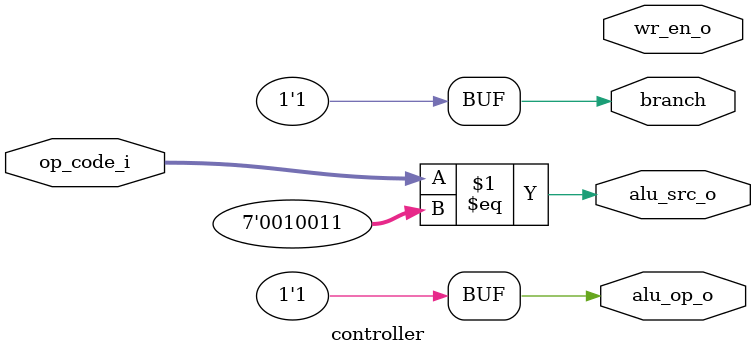
<source format=sv>
`timescale 1ns / 1ps

module controller(
  input logic [6:0] op_code_i,

  output logic wr_en_o,
  output logic branch,
  output logic alu_op_o,
  output logic alu_src_o
);

  localparam logic [6:0] I_TYPE = 7'b0010011;

  assign alu_op_o = 1;
  assign branch = 1;
  
  assign alu_src_o = (op_code_i == I_TYPE);



endmodule
</source>
